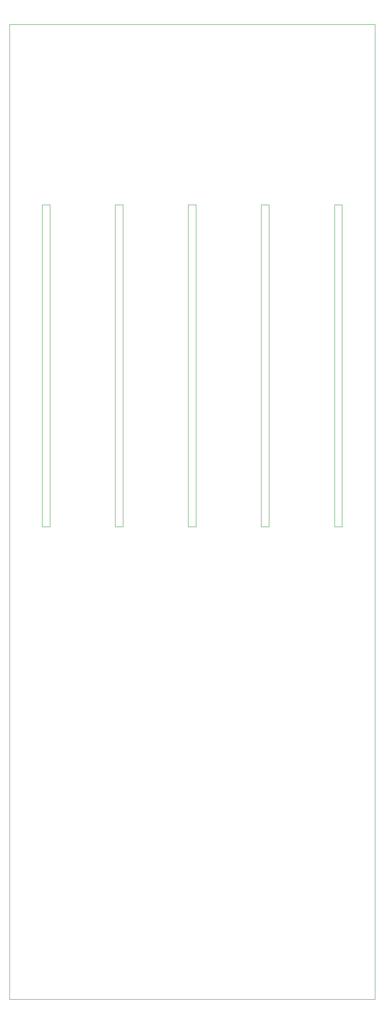
<source format=gbr>
G04 #@! TF.GenerationSoftware,KiCad,Pcbnew,5.1.9-73d0e3b20d~88~ubuntu20.04.1*
G04 #@! TF.CreationDate,2021-03-31T23:41:29-04:00*
G04 #@! TF.ProjectId,ao_dc_mixer-panel,616f5f64-635f-46d6-9978-65722d70616e,rev?*
G04 #@! TF.SameCoordinates,Original*
G04 #@! TF.FileFunction,Profile,NP*
%FSLAX46Y46*%
G04 Gerber Fmt 4.6, Leading zero omitted, Abs format (unit mm)*
G04 Created by KiCad (PCBNEW 5.1.9-73d0e3b20d~88~ubuntu20.04.1) date 2021-03-31 23:41:29*
%MOMM*%
%LPD*%
G01*
G04 APERTURE LIST*
G04 #@! TA.AperFunction,Profile*
%ADD10C,0.100000*%
G04 #@! TD*
G04 APERTURE END LIST*
D10*
X68300000Y-37000000D02*
X68300000Y-103000000D01*
X66700000Y-103000000D02*
X66700000Y-37000000D01*
X68300000Y-103000000D02*
X66700000Y-103000000D01*
X66700000Y-37000000D02*
X68300000Y-37000000D01*
X53300000Y-103000000D02*
X51700000Y-103000000D01*
X51700000Y-103000000D02*
X51700000Y-37000000D01*
X51700000Y-37000000D02*
X53300000Y-37000000D01*
X53300000Y-37000000D02*
X53300000Y-103000000D01*
X36700000Y-103000000D02*
X36700000Y-37000000D01*
X38300000Y-37000000D02*
X38300000Y-103000000D01*
X36700000Y-37000000D02*
X38300000Y-37000000D01*
X38300000Y-103000000D02*
X36700000Y-103000000D01*
X21700000Y-37000000D02*
X23300000Y-37000000D01*
X23300000Y-37000000D02*
X23300000Y-103000000D01*
X21700000Y-103000000D02*
X21700000Y-37000000D01*
X23300000Y-103000000D02*
X21700000Y-103000000D01*
X6700000Y-103000000D02*
X6700000Y-37000000D01*
X8300000Y-103000000D02*
X6700000Y-103000000D01*
X8300000Y-37000000D02*
X8300000Y-103000000D01*
X6700000Y-37000000D02*
X8300000Y-37000000D01*
X75000000Y0D02*
X0Y0D01*
X75000000Y-200000000D02*
X75000000Y0D01*
X0Y-200000000D02*
X75000000Y-200000000D01*
X0Y0D02*
X0Y-200000000D01*
M02*

</source>
